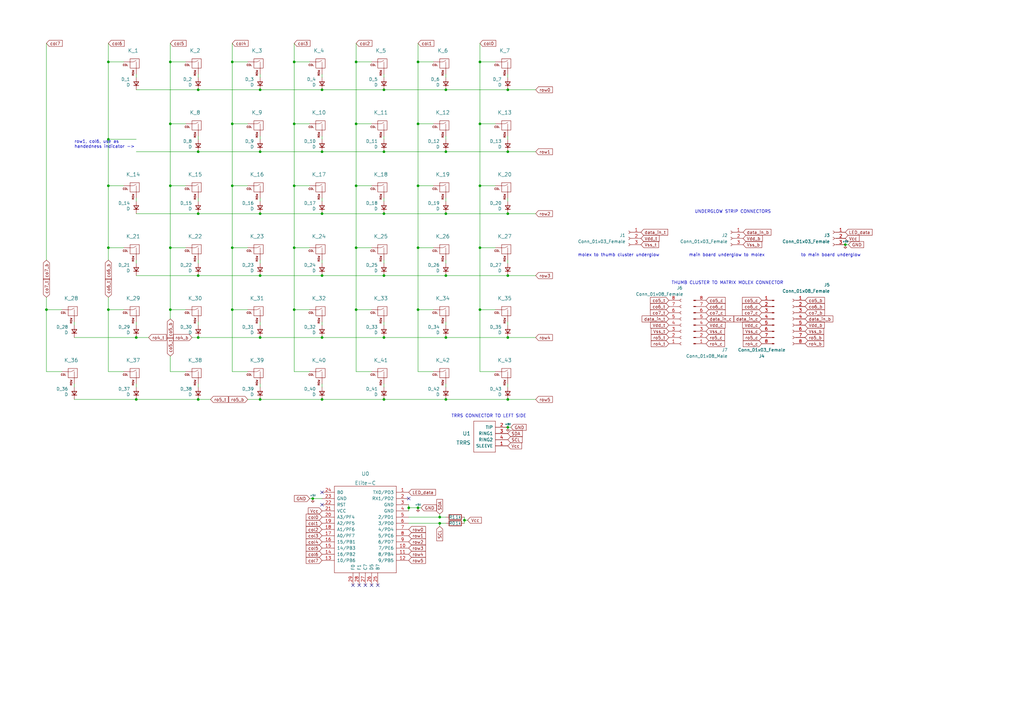
<source format=kicad_sch>
(kicad_sch (version 20211123) (generator eeschema)
  (paper "A3")
  (junction (at 167.64 208.28))
  (junction (at 180.34 212.09))
  (junction (at 44.45 25.4))
  (junction (at 55.88 163.83))
  (junction (at 132.08 163.83))
  (junction (at 146.05 101.6))
  (junction (at 146.05 76.2))
  (junction (at 120.65 127))
  (junction (at 120.65 25.4))
  (junction (at 55.88 138.43))
  (junction (at 196.85 127))
  (junction (at 120.65 76.2))
  (junction (at 171.45 25.4))
  (junction (at 171.45 101.6))
  (junction (at 69.85 76.2))
  (junction (at 120.65 101.6))
  (junction (at 95.25 127))
  (junction (at 182.88 87.63))
  (junction (at 106.68 36.83))
  (junction (at 19.05 127))
  (junction (at 81.28 163.83))
  (junction (at 69.85 127))
  (junction (at 157.48 113.03))
  (junction (at 132.08 62.23))
  (junction (at 106.68 113.03))
  (junction (at 44.45 127))
  (junction (at 81.28 113.03))
  (junction (at 132.08 138.43))
  (junction (at 81.28 138.43))
  (junction (at 95.25 25.4))
  (junction (at 196.85 25.4))
  (junction (at 182.88 163.83))
  (junction (at 171.45 127))
  (junction (at 182.88 36.83))
  (junction (at 44.45 76.2))
  (junction (at 182.88 113.03))
  (junction (at 196.85 101.6))
  (junction (at 171.45 208.28))
  (junction (at 69.85 101.6))
  (junction (at 95.25 101.6))
  (junction (at 171.45 50.8))
  (junction (at 132.08 113.03))
  (junction (at 106.68 138.43))
  (junction (at 182.88 138.43))
  (junction (at 69.85 50.8))
  (junction (at 182.88 62.23))
  (junction (at 146.05 127))
  (junction (at 171.45 76.2))
  (junction (at 146.05 25.4))
  (junction (at 208.28 36.83))
  (junction (at 106.68 163.83))
  (junction (at 208.28 175.26))
  (junction (at 81.28 36.83))
  (junction (at 132.08 87.63))
  (junction (at 157.48 87.63))
  (junction (at 157.48 62.23))
  (junction (at 128.27 204.47))
  (junction (at 132.08 36.83))
  (junction (at 157.48 138.43))
  (junction (at 208.28 113.03))
  (junction (at 120.65 50.8))
  (junction (at 208.28 87.63))
  (junction (at 95.25 76.2))
  (junction (at 69.85 25.4))
  (junction (at 157.48 163.83))
  (junction (at 81.28 62.23))
  (junction (at 81.28 87.63))
  (junction (at 346.71 100.33))
  (junction (at 208.28 62.23))
  (junction (at 44.45 57.15))
  (junction (at 208.28 138.43))
  (junction (at 190.5 213.36))
  (junction (at 106.68 62.23))
  (junction (at 106.68 87.63))
  (junction (at 44.45 101.6))
  (junction (at 95.25 50.8))
  (junction (at 196.85 76.2))
  (junction (at 157.48 36.83))
  (junction (at 180.34 214.63))
  (junction (at 146.05 50.8))
  (junction (at 196.85 50.8))
  (junction (at 208.28 163.83))
  (no_connect (at 132.08 201.93))
  (no_connect (at 152.4 240.03))
  (no_connect (at 154.94 240.03))
  (no_connect (at 144.78 240.03))
  (no_connect (at 132.08 207.01))
  (no_connect (at 147.32 240.03))
  (no_connect (at 149.86 240.03))
  (no_connect (at 167.64 204.47))
  (wire (pts (xy 132.08 138.43) (xy 106.68 138.43)))
  (wire (pts (xy 101.6 127) (xy 95.25 127)))
  (wire (pts (xy 180.34 212.09) (xy 167.64 212.09)))
  (wire (pts (xy 182.88 36.83) (xy 157.48 36.83)))
  (wire (pts (xy 157.48 30.48) (xy 157.48 31.75)))
  (wire (pts (xy 171.45 101.6) (xy 171.45 76.2)))
  (wire (pts (xy 157.48 55.88) (xy 157.48 57.15)))
  (wire (pts (xy 50.8 152.4) (xy 44.45 152.4)))
  (wire (pts (xy 146.05 25.4) (xy 146.05 50.8)))
  (wire (pts (xy 171.45 152.4) (xy 171.45 127)))
  (wire (pts (xy 55.88 30.48) (xy 55.88 31.75)))
  (wire (pts (xy 196.85 25.4) (xy 196.85 50.8)))
  (wire (pts (xy 81.28 163.83) (xy 55.88 163.83)))
  (wire (pts (xy 132.08 157.48) (xy 132.08 158.75)))
  (wire (pts (xy 127 76.2) (xy 120.65 76.2)))
  (wire (pts (xy 95.25 76.2) (xy 95.25 50.8)))
  (wire (pts (xy 106.68 62.23) (xy 81.28 62.23)))
  (wire (pts (xy 182.88 55.88) (xy 182.88 57.15)))
  (wire (pts (xy 76.2 50.8) (xy 69.85 50.8)))
  (wire (pts (xy 106.68 163.83) (xy 101.6 163.83)))
  (wire (pts (xy 182.88 138.43) (xy 157.48 138.43)))
  (wire (pts (xy 177.8 76.2) (xy 171.45 76.2)))
  (wire (pts (xy 76.2 101.6) (xy 69.85 101.6)))
  (wire (pts (xy 132.08 163.83) (xy 106.68 163.83)))
  (wire (pts (xy 127 101.6) (xy 120.65 101.6)))
  (wire (pts (xy 203.2 76.2) (xy 196.85 76.2)))
  (wire (pts (xy 19.05 121.92) (xy 19.05 127)))
  (wire (pts (xy 152.4 76.2) (xy 146.05 76.2)))
  (wire (pts (xy 95.25 25.4) (xy 95.25 50.8)))
  (wire (pts (xy 106.68 81.28) (xy 106.68 82.55)))
  (wire (pts (xy 208.28 138.43) (xy 182.88 138.43)))
  (wire (pts (xy 81.28 55.88) (xy 81.28 57.15)))
  (wire (pts (xy 25.4 127) (xy 19.05 127)))
  (wire (pts (xy 171.45 25.4) (xy 171.45 50.8)))
  (wire (pts (xy 120.65 25.4) (xy 120.65 50.8)))
  (wire (pts (xy 132.08 62.23) (xy 106.68 62.23)))
  (wire (pts (xy 106.68 30.48) (xy 106.68 31.75)))
  (wire (pts (xy 44.45 17.78) (xy 44.45 25.4)))
  (wire (pts (xy 209.55 175.26) (xy 208.28 175.26)))
  (wire (pts (xy 177.8 127) (xy 171.45 127)))
  (wire (pts (xy 81.28 106.68) (xy 81.28 107.95)))
  (wire (pts (xy 208.28 87.63) (xy 182.88 87.63)))
  (wire (pts (xy 152.4 50.8) (xy 146.05 50.8)))
  (wire (pts (xy 182.88 106.68) (xy 182.88 107.95)))
  (wire (pts (xy 208.28 157.48) (xy 208.28 158.75)))
  (wire (pts (xy 132.08 132.08) (xy 132.08 133.35)))
  (wire (pts (xy 157.48 157.48) (xy 157.48 158.75)))
  (wire (pts (xy 157.48 163.83) (xy 132.08 163.83)))
  (wire (pts (xy 69.85 101.6) (xy 69.85 127)))
  (wire (pts (xy 127 25.4) (xy 120.65 25.4)))
  (wire (pts (xy 101.6 152.4) (xy 95.25 152.4)))
  (wire (pts (xy 208.28 81.28) (xy 208.28 82.55)))
  (wire (pts (xy 132.08 113.03) (xy 106.68 113.03)))
  (wire (pts (xy 106.68 132.08) (xy 106.68 133.35)))
  (wire (pts (xy 208.28 163.83) (xy 182.88 163.83)))
  (wire (pts (xy 76.2 152.4) (xy 69.85 152.4)))
  (wire (pts (xy 106.68 138.43) (xy 81.28 138.43)))
  (wire (pts (xy 157.48 81.28) (xy 157.48 82.55)))
  (wire (pts (xy 69.85 101.6) (xy 69.85 76.2)))
  (wire (pts (xy 132.08 81.28) (xy 132.08 82.55)))
  (wire (pts (xy 167.64 207.01) (xy 167.64 208.28)))
  (wire (pts (xy 106.68 55.88) (xy 106.68 57.15)))
  (wire (pts (xy 172.72 208.28) (xy 171.45 208.28)))
  (wire (pts (xy 177.8 25.4) (xy 171.45 25.4)))
  (wire (pts (xy 157.48 36.83) (xy 132.08 36.83)))
  (wire (pts (xy 81.28 113.03) (xy 55.88 113.03)))
  (wire (pts (xy 120.65 76.2) (xy 120.65 50.8)))
  (wire (pts (xy 127 127) (xy 120.65 127)))
  (wire (pts (xy 219.71 138.43) (xy 208.28 138.43)))
  (wire (pts (xy 196.85 17.78) (xy 196.85 25.4)))
  (wire (pts (xy 120.65 127) (xy 120.65 101.6)))
  (wire (pts (xy 44.45 152.4) (xy 44.45 127)))
  (wire (pts (xy 132.08 87.63) (xy 106.68 87.63)))
  (wire (pts (xy 219.71 113.03) (xy 208.28 113.03)))
  (wire (pts (xy 55.88 138.43) (xy 30.48 138.43)))
  (wire (pts (xy 157.48 138.43) (xy 132.08 138.43)))
  (wire (pts (xy 171.45 17.78) (xy 171.45 25.4)))
  (wire (pts (xy 44.45 121.92) (xy 44.45 127)))
  (wire (pts (xy 208.28 55.88) (xy 208.28 57.15)))
  (wire (pts (xy 182.88 157.48) (xy 182.88 158.75)))
  (wire (pts (xy 182.88 163.83) (xy 157.48 163.83)))
  (wire (pts (xy 219.71 36.83) (xy 208.28 36.83)))
  (wire (pts (xy 208.28 132.08) (xy 208.28 133.35)))
  (wire (pts (xy 182.88 214.63) (xy 180.34 214.63)))
  (wire (pts (xy 190.5 212.09) (xy 190.5 213.36)))
  (wire (pts (xy 55.88 132.08) (xy 55.88 133.35)))
  (wire (pts (xy 120.65 17.78) (xy 120.65 25.4)))
  (wire (pts (xy 347.98 100.33) (xy 346.71 100.33)))
  (wire (pts (xy 101.6 25.4) (xy 95.25 25.4)))
  (wire (pts (xy 208.28 62.23) (xy 182.88 62.23)))
  (wire (pts (xy 196.85 101.6) (xy 196.85 76.2)))
  (wire (pts (xy 78.74 138.43) (xy 81.28 138.43)))
  (wire (pts (xy 55.88 57.15) (xy 44.45 57.15)))
  (wire (pts (xy 196.85 127) (xy 196.85 101.6)))
  (wire (pts (xy 44.45 57.15) (xy 44.45 76.2)))
  (wire (pts (xy 69.85 146.05) (xy 69.85 152.4)))
  (wire (pts (xy 196.85 76.2) (xy 196.85 50.8)))
  (wire (pts (xy 152.4 25.4) (xy 146.05 25.4)))
  (wire (pts (xy 127 204.47) (xy 128.27 204.47)))
  (wire (pts (xy 208.28 113.03) (xy 182.88 113.03)))
  (wire (pts (xy 106.68 36.83) (xy 81.28 36.83)))
  (wire (pts (xy 50.8 101.6) (xy 44.45 101.6)))
  (wire (pts (xy 50.8 127) (xy 44.45 127)))
  (wire (pts (xy 50.8 76.2) (xy 44.45 76.2)))
  (wire (pts (xy 55.88 81.28) (xy 55.88 82.55)))
  (wire (pts (xy 132.08 106.68) (xy 132.08 107.95)))
  (wire (pts (xy 203.2 127) (xy 196.85 127)))
  (wire (pts (xy 182.88 87.63) (xy 157.48 87.63)))
  (wire (pts (xy 182.88 212.09) (xy 180.34 212.09)))
  (wire (pts (xy 177.8 101.6) (xy 171.45 101.6)))
  (wire (pts (xy 219.71 87.63) (xy 208.28 87.63)))
  (wire (pts (xy 157.48 62.23) (xy 132.08 62.23)))
  (wire (pts (xy 86.36 163.83) (xy 81.28 163.83)))
  (wire (pts (xy 81.28 81.28) (xy 81.28 82.55)))
  (wire (pts (xy 76.2 76.2) (xy 69.85 76.2)))
  (wire (pts (xy 203.2 152.4) (xy 196.85 152.4)))
  (wire (pts (xy 55.88 157.48) (xy 55.88 158.75)))
  (wire (pts (xy 106.68 87.63) (xy 81.28 87.63)))
  (wire (pts (xy 81.28 132.08) (xy 81.28 133.35)))
  (wire (pts (xy 132.08 36.83) (xy 106.68 36.83)))
  (wire (pts (xy 81.28 30.48) (xy 81.28 31.75)))
  (wire (pts (xy 76.2 25.4) (xy 69.85 25.4)))
  (wire (pts (xy 30.48 132.08) (xy 30.48 133.35)))
  (wire (pts (xy 157.48 132.08) (xy 157.48 133.35)))
  (wire (pts (xy 196.85 152.4) (xy 196.85 127)))
  (wire (pts (xy 55.88 106.68) (xy 55.88 107.95)))
  (wire (pts (xy 171.45 208.28) (xy 167.64 208.28)))
  (wire (pts (xy 177.8 50.8) (xy 171.45 50.8)))
  (wire (pts (xy 81.28 62.23) (xy 55.88 62.23)))
  (wire (pts (xy 132.08 204.47) (xy 128.27 204.47)))
  (wire (pts (xy 95.25 101.6) (xy 95.25 76.2)))
  (wire (pts (xy 132.08 55.88) (xy 132.08 57.15)))
  (wire (pts (xy 44.45 101.6) (xy 44.45 106.68)))
  (wire (pts (xy 95.25 127) (xy 95.25 101.6)))
  (wire (pts (xy 208.28 36.83) (xy 182.88 36.83)))
  (wire (pts (xy 203.2 25.4) (xy 196.85 25.4)))
  (wire (pts (xy 120.65 101.6) (xy 120.65 76.2)))
  (wire (pts (xy 182.88 62.23) (xy 157.48 62.23)))
  (wire (pts (xy 157.48 87.63) (xy 132.08 87.63)))
  (wire (pts (xy 219.71 163.83) (xy 208.28 163.83)))
  (wire (pts (xy 60.96 138.43) (xy 55.88 138.43)))
  (wire (pts (xy 219.71 62.23) (xy 208.28 62.23)))
  (wire (pts (xy 146.05 101.6) (xy 146.05 76.2)))
  (wire (pts (xy 182.88 81.28) (xy 182.88 82.55)))
  (wire (pts (xy 95.25 152.4) (xy 95.25 127)))
  (wire (pts (xy 81.28 87.63) (xy 55.88 87.63)))
  (wire (pts (xy 127 152.4) (xy 120.65 152.4)))
  (wire (pts (xy 132.08 30.48) (xy 132.08 31.75)))
  (wire (pts (xy 50.8 25.4) (xy 44.45 25.4)))
  (wire (pts (xy 182.88 113.03) (xy 157.48 113.03)))
  (wire (pts (xy 180.34 214.63) (xy 180.34 215.9)))
  (wire (pts (xy 180.34 210.82) (xy 180.34 212.09)))
  (wire (pts (xy 101.6 101.6) (xy 95.25 101.6)))
  (wire (pts (xy 171.45 76.2) (xy 171.45 50.8)))
  (wire (pts (xy 177.8 152.4) (xy 171.45 152.4)))
  (wire (pts (xy 182.88 132.08) (xy 182.88 133.35)))
  (wire (pts (xy 203.2 50.8) (xy 196.85 50.8)))
  (wire (pts (xy 106.68 157.48) (xy 106.68 158.75)))
  (wire (pts (xy 81.28 157.48) (xy 81.28 158.75)))
  (wire (pts (xy 44.45 101.6) (xy 44.45 76.2)))
  (wire (pts (xy 203.2 101.6) (xy 196.85 101.6)))
  (wire (pts (xy 146.05 17.78) (xy 146.05 25.4)))
  (wire (pts (xy 19.05 152.4) (xy 19.05 127)))
  (wire (pts (xy 120.65 152.4) (xy 120.65 127)))
  (wire (pts (xy 167.64 208.28) (xy 167.64 209.55)))
  (wire (pts (xy 208.28 30.48) (xy 208.28 31.75)))
  (wire (pts (xy 25.4 152.4) (xy 19.05 152.4)))
  (wire (pts (xy 19.05 17.78) (xy 19.05 106.68)))
  (wire (pts (xy 146.05 127) (xy 146.05 101.6)))
  (wire (pts (xy 208.28 106.68) (xy 208.28 107.95)))
  (wire (pts (xy 69.85 25.4) (xy 69.85 50.8)))
  (wire (pts (xy 157.48 113.03) (xy 132.08 113.03)))
  (wire (pts (xy 127 50.8) (xy 120.65 50.8)))
  (wire (pts (xy 152.4 127) (xy 146.05 127)))
  (wire (pts (xy 69.85 76.2) (xy 69.85 50.8)))
  (wire (pts (xy 81.28 36.83) (xy 55.88 36.83)))
  (wire (pts (xy 106.68 113.03) (xy 81.28 113.03)))
  (wire (pts (xy 55.88 163.83) (xy 30.48 163.83)))
  (wire (pts (xy 157.48 106.68) (xy 157.48 107.95)))
  (wire (pts (xy 76.2 127) (xy 69.85 127)))
  (wire (pts (xy 171.45 127) (xy 171.45 101.6)))
  (wire (pts (xy 146.05 152.4) (xy 146.05 127)))
  (wire (pts (xy 146.05 76.2) (xy 146.05 50.8)))
  (wire (pts (xy 106.68 106.68) (xy 106.68 107.95)))
  (wire (pts (xy 69.85 17.78) (xy 69.85 25.4)))
  (wire (pts (xy 44.45 25.4) (xy 44.45 57.15)))
  (wire (pts (xy 152.4 152.4) (xy 146.05 152.4)))
  (wire (pts (xy 101.6 76.2) (xy 95.25 76.2)))
  (wire (pts (xy 182.88 30.48) (xy 182.88 31.75)))
  (wire (pts (xy 152.4 101.6) (xy 146.05 101.6)))
  (wire (pts (xy 69.85 127) (xy 69.85 130.81)))
  (wire (pts (xy 191.77 213.36) (xy 190.5 213.36)))
  (wire (pts (xy 95.25 17.78) (xy 95.25 25.4)))
  (wire (pts (xy 101.6 50.8) (xy 95.25 50.8)))
  (wire (pts (xy 180.34 214.63) (xy 167.64 214.63)))
  (wire (pts (xy 30.48 157.48) (xy 30.48 158.75)))
  (wire (pts (xy 190.5 213.36) (xy 190.5 214.63)))
  (text "to main board underglow" (at 353.06 105.41 180) (effects (font (size 1.27 1.27)) (justify right bottom)))
  (text "THUMB CLUSTER TO MATRIX MOLEX CONNECTOR" (at 321.31 116.84 180) (effects (font (size 1.27 1.27)) (justify right bottom)))
  (text "TRRS CONNECTOR TO LEFT SIDE\n" (at 215.9 171.45 180) (effects (font (size 1.27 1.27)) (justify right bottom)))
  (text "molex to thumb cluster underglow" (at 270.51 105.41 180) (effects (font (size 1.27 1.27)) (justify right bottom)))
  (text "row1, col6, use as\nhandedness indicator ->" (at 30.48 60.96 0) (effects (font (size 1.27 1.27)) (justify left bottom)))
  (text "main board underglow to molex" (at 313.69 105.41 180) (effects (font (size 1.27 1.27)) (justify right bottom)))
  (text "UNDERGLOW STRIP CONNECTORS" (at 316.23 87.63 180) (effects (font (size 1.27 1.27)) (justify right bottom)))
  (global_label "data_in_b" (shape input) (at 330.2 130.81 0) (property "Intersheet References" "${INTERSHEET_REFS}" (effects hide)))
  (global_label "col0" (shape input) (at 132.08 212.09 180) (property "Intersheet References" "${INTERSHEET_REFS}" (effects hide)))
  (global_label "co6_c" (shape input) (at 289.56 125.73 0) (property "Intersheet References" "${INTERSHEET_REFS}" (effects hide)))
  (global_label "ro5_c" (shape input) (at 289.56 138.43 0) (property "Intersheet References" "${INTERSHEET_REFS}" (effects hide)))
  (global_label "co6_t" (shape input) (at 274.32 125.73 180) (property "Intersheet References" "${INTERSHEET_REFS}" (effects hide)))
  (global_label "ro4_t" (shape input) (at 274.32 140.97 180) (property "Intersheet References" "${INTERSHEET_REFS}" (effects hide)))
  (global_label "col4" (shape input) (at 95.25 17.78 0) (property "Intersheet References" "${INTERSHEET_REFS}" (effects hide)))
  (global_label "ro4_b" (shape input) (at 78.74 138.43 180) (property "Intersheet References" "${INTERSHEET_REFS}" (effects hide)))
  (global_label "col6" (shape input) (at 132.08 227.33 180) (property "Intersheet References" "${INTERSHEET_REFS}" (effects hide)))
  (global_label "Vdd_t" (shape input) (at 262.89 97.79 0) (property "Intersheet References" "${INTERSHEET_REFS}" (effects hide)))
  (global_label "LED_data" (shape input) (at 167.64 201.93 0) (property "Intersheet References" "${INTERSHEET_REFS}" (effects hide)))
  (global_label "row3" (shape input) (at 219.71 113.03 0) (property "Intersheet References" "${INTERSHEET_REFS}" (effects hide)))
  (global_label "co7_t" (shape input) (at 274.32 128.27 180) (property "Intersheet References" "${INTERSHEET_REFS}" (effects hide)))
  (global_label "co7_t" (shape input) (at 19.05 121.92 90) (property "Intersheet References" "${INTERSHEET_REFS}" (effects hide)))
  (global_label "co6_b" (shape input) (at 44.45 106.68 270) (property "Intersheet References" "${INTERSHEET_REFS}" (effects hide)))
  (global_label "col6" (shape input) (at 44.45 17.78 0) (property "Intersheet References" "${INTERSHEET_REFS}" (effects hide)))
  (global_label "col5" (shape input) (at 69.85 17.78 0) (property "Intersheet References" "${INTERSHEET_REFS}" (effects hide)))
  (global_label "Vcc" (shape input) (at 208.28 182.88 0) (property "Intersheet References" "${INTERSHEET_REFS}" (effects hide)))
  (global_label "Vss_b" (shape input) (at 330.2 135.89 0) (property "Intersheet References" "${INTERSHEET_REFS}" (effects hide)))
  (global_label "Vdd_b" (shape input) (at 304.8 97.79 0) (property "Intersheet References" "${INTERSHEET_REFS}" (effects hide)))
  (global_label "col7" (shape input) (at 19.05 17.78 0) (property "Intersheet References" "${INTERSHEET_REFS}" (effects hide)))
  (global_label "ro5_t" (shape input) (at 274.32 138.43 180) (property "Intersheet References" "${INTERSHEET_REFS}" (effects hide)))
  (global_label "co6_c" (shape input) (at 312.42 125.73 180) (property "Intersheet References" "${INTERSHEET_REFS}" (effects hide)))
  (global_label "SDA" (shape input) (at 180.34 210.82 90) (property "Intersheet References" "${INTERSHEET_REFS}" (effects hide)))
  (global_label "co5_b" (shape input) (at 330.2 123.19 0) (property "Intersheet References" "${INTERSHEET_REFS}" (effects hide)))
  (global_label "LED_data" (shape input) (at 346.71 95.25 0) (property "Intersheet References" "${INTERSHEET_REFS}" (effects hide)))
  (global_label "ro4_t" (shape input) (at 60.96 138.43 0) (property "Intersheet References" "${INTERSHEET_REFS}" (effects hide)))
  (global_label "co5_c" (shape input) (at 312.42 123.19 180) (property "Intersheet References" "${INTERSHEET_REFS}" (effects hide)))
  (global_label "data_in_t" (shape input) (at 274.32 130.81 180) (property "Intersheet References" "${INTERSHEET_REFS}" (effects hide)))
  (global_label "Vss_t" (shape input) (at 262.89 100.33 0) (property "Intersheet References" "${INTERSHEET_REFS}" (effects hide)))
  (global_label "col4" (shape input) (at 132.08 222.25 180) (property "Intersheet References" "${INTERSHEET_REFS}" (effects hide)))
  (global_label "col2" (shape input) (at 132.08 217.17 180) (property "Intersheet References" "${INTERSHEET_REFS}" (effects hide)))
  (global_label "col1" (shape input) (at 132.08 214.63 180) (property "Intersheet References" "${INTERSHEET_REFS}" (effects hide)))
  (global_label "col7" (shape input) (at 132.08 229.87 180) (property "Intersheet References" "${INTERSHEET_REFS}" (effects hide)))
  (global_label "row2" (shape input) (at 167.64 222.25 0) (property "Intersheet References" "${INTERSHEET_REFS}" (effects hide)))
  (global_label "co7_b" (shape input) (at 19.05 106.68 270) (property "Intersheet References" "${INTERSHEET_REFS}" (effects hide)))
  (global_label "col1" (shape input) (at 171.45 17.78 0) (property "Intersheet References" "${INTERSHEET_REFS}" (effects hide)))
  (global_label "co7_c" (shape input) (at 312.42 128.27 180) (property "Intersheet References" "${INTERSHEET_REFS}" (effects hide)))
  (global_label "col5" (shape input) (at 132.08 224.79 180) (property "Intersheet References" "${INTERSHEET_REFS}" (effects hide)))
  (global_label "SDA" (shape input) (at 208.28 177.8 0) (property "Intersheet References" "${INTERSHEET_REFS}" (effects hide)))
  (global_label "row2" (shape input) (at 219.71 87.63 0) (property "Intersheet References" "${INTERSHEET_REFS}" (effects hide)))
  (global_label "data_in_b" (shape input) (at 304.8 95.25 0) (property "Intersheet References" "${INTERSHEET_REFS}" (effects hide)))
  (global_label "ro4_c" (shape input) (at 312.42 140.97 180) (property "Intersheet References" "${INTERSHEET_REFS}" (effects hide)))
  (global_label "co5_b" (shape input) (at 69.85 130.81 270) (property "Intersheet References" "${INTERSHEET_REFS}" (effects hide)))
  (global_label "row5" (shape input) (at 219.71 163.83 0) (property "Intersheet References" "${INTERSHEET_REFS}" (effects hide)))
  (global_label "Vcc" (shape input) (at 132.08 209.55 180) (property "Intersheet References" "${INTERSHEET_REFS}" (effects hide)))
  (global_label "GND" (shape input) (at 347.98 100.33 0) (property "Intersheet References" "${INTERSHEET_REFS}" (effects hide)))
  (global_label "col3" (shape input) (at 120.65 17.78 0) (property "Intersheet References" "${INTERSHEET_REFS}" (effects hide)))
  (global_label "row4" (shape input) (at 167.64 227.33 0) (property "Intersheet References" "${INTERSHEET_REFS}" (effects hide)))
  (global_label "co7_b" (shape input) (at 330.2 128.27 0) (property "Intersheet References" "${INTERSHEET_REFS}" (effects hide)))
  (global_label "data_in_c" (shape input) (at 312.42 130.81 180) (property "Intersheet References" "${INTERSHEET_REFS}" (effects hide)))
  (global_label "row1" (shape input) (at 167.64 219.71 0) (property "Intersheet References" "${INTERSHEET_REFS}" (effects hide)))
  (global_label "co7_c" (shape input) (at 289.56 128.27 0) (property "Intersheet References" "${INTERSHEET_REFS}" (effects hide)))
  (global_label "row0" (shape input) (at 167.64 217.17 0) (property "Intersheet References" "${INTERSHEET_REFS}" (effects hide)))
  (global_label "Vss_c" (shape input) (at 312.42 135.89 180) (property "Intersheet References" "${INTERSHEET_REFS}" (effects hide)))
  (global_label "Vcc" (shape input) (at 346.71 97.79 0) (property "Intersheet References" "${INTERSHEET_REFS}" (effects hide)))
  (global_label "row3" (shape input) (at 167.64 224.79 0) (property "Intersheet References" "${INTERSHEET_REFS}" (effects hide)))
  (global_label "Vss_t" (shape input) (at 274.32 135.89 180) (property "Intersheet References" "${INTERSHEET_REFS}" (effects hide)))
  (global_label "row5" (shape input) (at 167.64 229.87 0) (property "Intersheet References" "${INTERSHEET_REFS}" (effects hide)))
  (global_label "row0" (shape input) (at 219.71 36.83 0) (property "Intersheet References" "${INTERSHEET_REFS}" (effects hide)))
  (global_label "row1" (shape input) (at 219.71 62.23 0) (property "Intersheet References" "${INTERSHEET_REFS}" (effects hide)))
  (global_label "Vss_b" (shape input) (at 304.8 100.33 0) (property "Intersheet References" "${INTERSHEET_REFS}" (effects hide)))
  (global_label "Vdd_t" (shape input) (at 274.32 133.35 180) (property "Intersheet References" "${INTERSHEET_REFS}" (effects hide)))
  (global_label "Vcc" (shape input) (at 191.77 213.36 0) (property "Intersheet References" "${INTERSHEET_REFS}" (effects hide)))
  (global_label "ro5_b" (shape input) (at 330.2 138.43 0) (property "Intersheet References" "${INTERSHEET_REFS}" (effects hide)))
  (global_label "SCL" (shape input) (at 180.34 215.9 270) (property "Intersheet References" "${INTERSHEET_REFS}" (effects hide)))
  (global_label "ro5_c" (shape input) (at 312.42 138.43 180) (property "Intersheet References" "${INTERSHEET_REFS}" (effects hide)))
  (global_label "ro5_t" (shape input) (at 86.36 163.83 0) (property "Intersheet References" "${INTERSHEET_REFS}" (effects hide)))
  (global_label "Vdd_c" (shape input) (at 289.56 133.35 0) (property "Intersheet References" "${INTERSHEET_REFS}" (effects hide)))
  (global_label "ro5_b" (shape input) (at 101.6 163.83 180) (property "Intersheet References" "${INTERSHEET_REFS}" (effects hide)))
  (global_label "col0" (shape input) (at 196.85 17.78 0) (property "Intersheet References" "${INTERSHEET_REFS}" (effects hide)))
  (global_label "Vdd_b" (shape input) (at 330.2 133.35 0) (property "Intersheet References" "${INTERSHEET_REFS}" (effects hide)))
  (global_label "co5_t" (shape input) (at 69.85 146.05 90) (property "Intersheet References" "${INTERSHEET_REFS}" (effects hide)))
  (global_label "Vdd_c" (shape input) (at 312.42 133.35 180) (property "Intersheet References" "${INTERSHEET_REFS}" (effects hide)))
  (global_label "co6_b" (shape input) (at 330.2 125.73 0) (property "Intersheet References" "${INTERSHEET_REFS}" (effects hide)))
  (global_label "GND" (shape input) (at 209.55 175.26 0) (property "Intersheet References" "${INTERSHEET_REFS}" (effects hide)))
  (global_label "data_in_t" (shape input) (at 262.89 95.25 0) (property "Intersheet References" "${INTERSHEET_REFS}" (effects hide)))
  (global_label "GND" (shape input) (at 127 204.47 180) (property "Intersheet References" "${INTERSHEET_REFS}" (effects hide)))
  (global_label "co6_t" (shape input) (at 44.45 121.92 90) (property "Intersheet References" "${INTERSHEET_REFS}" (effects hide)))
  (global_label "data_in_c" (shape input) (at 289.56 130.81 0) (property "Intersheet References" "${INTERSHEET_REFS}" (effects hide)))
  (global_label "Vss_c" (shape input) (at 289.56 135.89 0) (property "Intersheet References" "${INTERSHEET_REFS}" (effects hide)))
  (global_label "co5_c" (shape input) (at 289.56 123.19 0) (property "Intersheet References" "${INTERSHEET_REFS}" (effects hide)))
  (global_label "SCL" (shape input) (at 208.28 180.34 0) (property "Intersheet References" "${INTERSHEET_REFS}" (effects hide)))
  (global_label "ro4_b" (shape input) (at 330.2 140.97 0) (property "Intersheet References" "${INTERSHEET_REFS}" (effects hide)))
  (global_label "row4" (shape input) (at 219.71 138.43 0) (property "Intersheet References" "${INTERSHEET_REFS}" (effects hide)))
  (global_label "GND" (shape input) (at 172.72 208.28 0) (property "Intersheet References" "${INTERSHEET_REFS}" (effects hide)))
  (global_label "col3" (shape input) (at 132.08 219.71 180) (property "Intersheet References" "${INTERSHEET_REFS}" (effects hide)))
  (global_label "ro4_c" (shape input) (at 289.56 140.97 0) (property "Intersheet References" "${INTERSHEET_REFS}" (effects hide)))
  (global_label "col2" (shape input) (at 146.05 17.78 0) (property "Intersheet References" "${INTERSHEET_REFS}" (effects hide)))
  (global_label "co5_t" (shape input) (at 274.32 123.19 180) (property "Intersheet References" "${INTERSHEET_REFS}" (effects hide)))
  (symbol (lib_id "Device:D_Small") (at 106.68 161.29 270) (mirror x) (unit 1)
    (property "Reference" "D_39" (at 104.14 159.512 90) (effects (justify right)))
    (property "Value" "D" (at 104.14 161.798 90) (effects (justify right)))
    (property "Footprint" "Diode_SMD:D_SOD-123" (effects hide))
  )
  (symbol (lib_id "MX_Alps_Hybrid:MX-NoLED") (at 207.01 26.67 0) (mirror y) (unit 1)
    (property "Reference" "K_7" (at 207.01 20.7518 0) (effects (font (size 1.524 1.524))))
    (property "Value" "KEYSW" (effects hide))
    (property "Footprint" "MX_Only:MXOnly-1.5U-Hotswap" (effects hide))
  )
  (symbol (lib_id "MX_Alps_Hybrid:MX-NoLED") (at 54.61 102.87 0) (mirror y) (unit 1)
    (property "Reference" "K_21" (at 54.61 96.9518 0) (effects (font (size 1.524 1.524))))
    (property "Value" "KEYSW" (effects hide))
    (property "Footprint" "MX_Only:MXOnly-1U-Hotswap" (effects hide))
  )
  (symbol (lib_id "MX_Alps_Hybrid:MX-NoLED") (at 181.61 77.47 0) (mirror y) (unit 1)
    (property "Reference" "K_19" (at 181.61 71.5518 0) (effects (font (size 1.524 1.524))))
    (property "Value" "KEYSW" (effects hide))
    (property "Footprint" "MX_Only:MXOnly-1U-Hotswap" (effects hide))
  )
  (symbol (lib_id "MX_Alps_Hybrid:MX-NoLED") (at 156.21 153.67 0) (mirror y) (unit 1)
    (property "Reference" "K_41" (at 156.21 147.7518 0) (effects (font (size 1.524 1.524))))
    (property "Value" "KEYSW" (effects hide))
    (property "Footprint" "MX_Only:MXOnly-1.5U-Hotswap" (effects hide))
  )
  (symbol (lib_id "Device:D_Small") (at 182.88 135.89 270) (mirror x) (unit 1)
    (property "Reference" "D_34" (at 180.34 134.112 90) (effects (justify right)))
    (property "Value" "D" (at 180.34 136.398 90) (effects (justify right)))
    (property "Footprint" "Diode_SMD:D_SOD-123" (effects hide))
  )
  (symbol (lib_id "MX_Alps_Hybrid:MX-NoLED") (at 207.01 128.27 0) (mirror y) (unit 1)
    (property "Reference" "K_35" (at 207.01 122.3518 0) (effects (font (size 1.524 1.524))))
    (property "Value" "KEYSW" (effects hide))
    (property "Footprint" "MX_Only:MXOnly-1U-Hotswap" (effects hide))
  )
  (symbol (lib_id "MX_Alps_Hybrid:MX-NoLED") (at 181.61 52.07 0) (mirror y) (unit 1)
    (property "Reference" "K_12" (at 181.61 46.1518 0) (effects (font (size 1.524 1.524))))
    (property "Value" "KEYSW" (effects hide))
    (property "Footprint" "MX_Only:MXOnly-1U-Hotswap" (effects hide))
  )
  (symbol (lib_id "Device:D_Small") (at 81.28 110.49 270) (mirror x) (unit 1)
    (property "Reference" "D_22" (at 78.74 108.712 90) (effects (justify right)))
    (property "Value" "D" (at 78.74 110.998 90) (effects (justify right)))
    (property "Footprint" "Diode_SMD:D_SOD-123" (effects hide))
  )
  (symbol (lib_id "Device:D_Small") (at 55.88 85.09 270) (mirror x) (unit 1)
    (property "Reference" "D_14" (at 53.34 83.312 90) (effects (justify right)))
    (property "Value" "D" (at 53.34 85.598 90) (effects (justify right)))
    (property "Footprint" "Diode_SMD:D_SOD-123" (effects hide))
  )
  (symbol (lib_id "Connector:Conn_01x03_Female") (at 341.63 97.79 0) (mirror y) (unit 1)
    (property "Reference" "J3" (at 340.36 96.5199 0) (effects (justify left)))
    (property "Value" "Conn_01x03_Female" (at 340.36 99.0599 0) (effects (justify left)))
    (property "Footprint" "Connector_PinSocket_2.00mm:PinSocket_1x03_P2.00mm_Vertical" (effects hide))
  )
  (symbol (lib_id "Device:D_Small") (at 157.48 161.29 270) (mirror x) (unit 1)
    (property "Reference" "D_41" (at 154.94 159.512 90) (effects (justify right)))
    (property "Value" "D" (at 154.94 161.798 90) (effects (justify right)))
    (property "Footprint" "Diode_SMD:D_SOD-123" (effects hide))
  )
  (symbol (lib_id "MX_Alps_Hybrid:MX-NoLED") (at 130.81 153.67 0) (mirror y) (unit 1)
    (property "Reference" "K_40" (at 130.81 147.7518 0) (effects (font (size 1.524 1.524))))
    (property "Value" "KEYSW" (effects hide))
    (property "Footprint" "MX_Only:MXOnly-1U-Hotswap" (effects hide))
  )
  (symbol (lib_id "Device:D_Small") (at 208.28 85.09 270) (mirror x) (unit 1)
    (property "Reference" "D_20" (at 205.74 83.312 90) (effects (justify right)))
    (property "Value" "D" (at 205.74 85.598 90) (effects (justify right)))
    (property "Footprint" "Diode_SMD:D_SOD-123" (effects hide))
  )
  (symbol (lib_id "Device:D_Small") (at 132.08 85.09 270) (mirror x) (unit 1)
    (property "Reference" "D_17" (at 129.54 83.312 90) (effects (justify right)))
    (property "Value" "D" (at 129.54 85.598 90) (effects (justify right)))
    (property "Footprint" "Diode_SMD:D_SOD-123" (effects hide))
  )
  (symbol (lib_id "keyboard_parts:GND") (at 346.71 100.33 0) (mirror y) (unit 1)
    (property "Reference" "#PWR0103" (effects hide))
    (property "Value" "GND" (at 347.98 99.06 0) (effects (font (size 0.762 0.762)) (justify left)))
  )
  (symbol (lib_id "MX_Alps_Hybrid:MX-NoLED") (at 207.01 77.47 0) (mirror y) (unit 1)
    (property "Reference" "K_20" (at 207.01 71.5518 0) (effects (font (size 1.524 1.524))))
    (property "Value" "KEYSW" (effects hide))
    (property "Footprint" "MX_Only:MXOnly-1U-Hotswap" (effects hide))
  )
  (symbol (lib_id "MX_Alps_Hybrid:MX-NoLED") (at 156.21 128.27 0) (mirror y) (unit 1)
    (property "Reference" "K_33" (at 156.21 122.3518 0) (effects (font (size 1.524 1.524))))
    (property "Value" "KEYSW" (effects hide))
    (property "Footprint" "MX_Only:MXOnly-1U-Hotswap" (effects hide))
  )
  (symbol (lib_id "Device:R") (at 186.69 212.09 90) (mirror x) (unit 1)
    (property "Reference" "R1" (at 185.42 212.09 90))
    (property "Value" "1k" (at 187.96 212.09 90))
    (property "Footprint" "Resistor_THT:R_Axial_DIN0204_L3.6mm_D1.6mm_P7.62mm_Horizontal" (effects hide))
  )
  (symbol (lib_id "MX_Alps_Hybrid:MX-NoLED") (at 181.61 102.87 0) (mirror y) (unit 1)
    (property "Reference" "K_26" (at 181.61 96.9518 0) (effects (font (size 1.524 1.524))))
    (property "Value" "KEYSW" (effects hide))
    (property "Footprint" "MX_Only:MXOnly-1.5U-Hotswap" (effects hide))
  )
  (symbol (lib_id "Device:D_Small") (at 81.28 34.29 270) (mirror x) (unit 1)
    (property "Reference" "D_2" (at 78.74 32.512 90) (effects (justify right)))
    (property "Value" "D" (at 78.74 34.798 90) (effects (justify right)))
    (property "Footprint" "Diode_SMD:D_SOD-123" (effects hide))
  )
  (symbol (lib_id "Device:D_Small") (at 208.28 59.69 270) (mirror x) (unit 1)
    (property "Reference" "D_13" (at 205.74 57.912 90) (effects (justify right)))
    (property "Value" "D" (at 205.74 60.198 90) (effects (justify right)))
    (property "Footprint" "Diode_SMD:D_SOD-123" (effects hide))
  )
  (symbol (lib_id "keyboard_parts:GND") (at 208.28 175.26 0) (mirror y) (unit 1)
    (property "Reference" "#PWR0101" (effects hide))
    (property "Value" "GND" (at 208.28 173.99 0) (effects (font (size 0.762 0.762))))
  )
  (symbol (lib_id "MX_Alps_Hybrid:MX-NoLED") (at 156.21 52.07 0) (mirror y) (unit 1)
    (property "Reference" "K_11" (at 156.21 46.1518 0) (effects (font (size 1.524 1.524))))
    (property "Value" "KEYSW" (effects hide))
    (property "Footprint" "MX_Only:MXOnly-1U-Hotswap" (effects hide))
  )
  (symbol (lib_id "Connector:Conn_01x08_Male") (at 284.48 133.35 0) (mirror x) (unit 1)
    (property "Reference" "J7" (at 298.45 143.51 0) (effects (justify right)))
    (property "Value" "Conn_01x08_Male" (at 298.45 146.05 0) (effects (justify right)))
  )
  (symbol (lib_id "Device:D_Small") (at 55.88 161.29 270) (mirror x) (unit 1)
    (property "Reference" "D_37" (at 53.34 159.512 90) (effects (justify right)))
    (property "Value" "D" (at 53.34 161.798 90) (effects (justify right)))
    (property "Footprint" "Diode_SMD:D_SOD-123" (effects hide))
  )
  (symbol (lib_id "MX_Alps_Hybrid:MX-NoLED") (at 80.01 26.67 0) (mirror y) (unit 1)
    (property "Reference" "K_2" (at 80.01 20.7518 0) (effects (font (size 1.524 1.524))))
    (property "Value" "KEYSW" (effects hide))
    (property "Footprint" "MX_Only:MXOnly-1U-Hotswap" (effects hide))
  )
  (symbol (lib_id "Device:D_Small") (at 132.08 161.29 270) (mirror x) (unit 1)
    (property "Reference" "D_40" (at 129.54 159.512 90) (effects (justify right)))
    (property "Value" "D" (at 129.54 161.798 90) (effects (justify right)))
    (property "Footprint" "Diode_SMD:D_SOD-123" (effects hide))
  )
  (symbol (lib_id "keyboard_parts:GND") (at 128.27 204.47 0) (mirror y) (unit 1)
    (property "Reference" "#PWR0104" (effects hide))
    (property "Value" "GND" (at 129.54 203.2 0) (effects (font (size 0.762 0.762)) (justify left)))
  )
  (symbol (lib_id "Connector:Conn_01x08_Male") (at 317.5 130.81 0) (mirror y) (unit 1)
    (property "Reference" "J4" (at 312.42 146.05 0))
    (property "Value" "Conn_01x03_Female" (at 312.42 143.51 0))
    (property "Footprint" "Connector_PinSocket_2.00mm:PinSocket_1x03_P2.00mm_Vertical" (effects hide))
  )
  (symbol (lib_id "Device:D_Small") (at 106.68 135.89 270) (mirror x) (unit 1)
    (property "Reference" "D_31" (at 104.14 134.112 90) (effects (justify right)))
    (property "Value" "D" (at 104.14 136.398 90) (effects (justify right)))
    (property "Footprint" "Diode_SMD:D_SOD-123" (effects hide))
  )
  (symbol (lib_id "MX_Alps_Hybrid:MX-NoLED") (at 105.41 52.07 0) (mirror y) (unit 1)
    (property "Reference" "K_9" (at 105.41 46.1518 0) (effects (font (size 1.524 1.524))))
    (property "Value" "KEYSW" (effects hide))
    (property "Footprint" "MX_Only:MXOnly-1U-Hotswap" (effects hide))
  )
  (symbol (lib_id "MX_Alps_Hybrid:MX-NoLED") (at 181.61 26.67 0) (mirror y) (unit 1)
    (property "Reference" "K_6" (at 181.61 20.7518 0) (effects (font (size 1.524 1.524))))
    (property "Value" "KEYSW" (effects hide))
    (property "Footprint" "MX_Only:MXOnly-1U-Hotswap" (effects hide))
  )
  (symbol (lib_id "Device:D_Small") (at 182.88 161.29 270) (mirror x) (unit 1)
    (property "Reference" "D_42" (at 180.34 159.512 90) (effects (justify right)))
    (property "Value" "D" (at 180.34 161.798 90) (effects (justify right)))
    (property "Footprint" "Diode_SMD:D_SOD-123" (effects hide))
  )
  (symbol (lib_id "Device:D_Small") (at 208.28 110.49 270) (mirror x) (unit 1)
    (property "Reference" "D_27" (at 205.74 108.712 90) (effects (justify right)))
    (property "Value" "D" (at 205.74 110.998 90) (effects (justify right)))
    (property "Footprint" "Diode_SMD:D_SOD-123" (effects hide))
  )
  (symbol (lib_id "Connector:Conn_01x03_Female") (at 299.72 97.79 0) (mirror y) (unit 1)
    (property "Reference" "J2" (at 298.45 96.5199 0) (effects (justify left)))
    (property "Value" "Conn_01x03_Female" (at 298.45 99.0599 0) (effects (justify left)))
    (property "Footprint" "Connector_PinSocket_2.00mm:PinSocket_1x03_P2.00mm_Vertical" (effects hide))
  )
  (symbol (lib_id "keebio:Elite-C") (at 149.86 215.9 0) (mirror y) (unit 1)
    (property "Reference" "U0" (at 149.86 194.31 0) (effects (font (size 1.524 1.524))))
    (property "Value" "Elite-C" (at 149.86 198.12 0) (effects (font (size 1.524 1.524))))
    (property "Footprint" "Keebio-Parts:Elite-C" (effects hide))
  )
  (symbol (lib_id "MX_Alps_Hybrid:MX-NoLED") (at 54.61 77.47 0) (mirror y) (unit 1)
    (property "Reference" "K_14" (at 54.61 71.5518 0) (effects (font (size 1.524 1.524))))
    (property "Value" "KEYSW" (effects hide))
    (property "Footprint" "MX_Only:MXOnly-2U-Hotswap" (effects hide))
  )
  (symbol (lib_id "Connector:Conn_01x08_Female") (at 325.12 130.81 0) (mirror y) (unit 1)
    (property "Reference" "J5" (at 340.36 116.84 0) (effects (justify left)))
    (property "Value" "Conn_01x08_Female" (at 340.36 119.38 0) (effects (justify left)))
    (property "Footprint" "Connector_Molex:Molex_Pico-Clasp_202396-0807_1x08-1MP_P1.00mm_Horizontal" (effects hide))
  )
  (symbol (lib_id "Device:D_Small") (at 182.88 59.69 270) (mirror x) (unit 1)
    (property "Reference" "D_12" (at 180.34 57.912 90) (effects (justify right)))
    (property "Value" "D" (at 180.34 60.198 90) (effects (justify right)))
    (property "Footprint" "Diode_SMD:D_SOD-123" (effects hide))
  )
  (symbol (lib_id "Device:D_Small") (at 106.68 110.49 270) (mirror x) (unit 1)
    (property "Reference" "D_23" (at 104.14 108.712 90) (effects (justify right)))
    (property "Value" "D" (at 104.14 110.998 90) (effects (justify right)))
    (property "Footprint" "Diode_SMD:D_SOD-123" (effects hide))
  )
  (symbol (lib_id "MX_Alps_Hybrid:MX-NoLED") (at 105.41 26.67 0) (mirror y) (unit 1)
    (property "Reference" "K_3" (at 105.41 20.7518 0) (effects (font (size 1.524 1.524))))
    (property "Value" "KEYSW" (effects hide))
    (property "Footprint" "MX_Only:MXOnly-1U-Hotswap" (effects hide))
  )
  (symbol (lib_id "Device:D_Small") (at 157.48 34.29 270) (mirror x) (unit 1)
    (property "Reference" "D_5" (at 154.94 32.512 90) (effects (justify right)))
    (property "Value" "D" (at 154.94 34.798 90) (effects (justify right)))
    (property "Footprint" "Diode_SMD:D_SOD-123" (effects hide))
  )
  (symbol (lib_id "MX_Alps_Hybrid:MX-NoLED") (at 80.01 153.67 0) (mirror y) (unit 1)
    (property "Reference" "K_38" (at 80.01 147.7518 0) (effects (font (size 1.524 1.524))))
    (property "Value" "KEYSW" (effects hide))
    (property "Footprint" "MX_Only:MXOnly-1U-Hotswap" (effects hide))
  )
  (symbol (lib_id "Connector:Conn_01x08_Female") (at 279.4 133.35 0) (mirror x) (unit 1)
    (property "Reference" "J6" (at 278.765 118.11 0))
    (property "Value" "Conn_01x08_Female" (at 270.51 120.65 0))
    (property "Footprint" "Connector_Molex:Molex_Pico-Clasp_202396-0807_1x08-1MP_P1.00mm_Horizontal" (effects hide))
  )
  (symbol (lib_id "Device:D_Small") (at 157.48 59.69 270) (mirror x) (unit 1)
    (property "Reference" "D_11" (at 154.94 57.912 90) (effects (justify right)))
    (property "Value" "D" (at 154.94 60.198 90) (effects (justify right)))
    (property "Footprint" "Diode_SMD:D_SOD-123" (effects hide))
  )
  (symbol (lib_id "MX_Alps_Hybrid:MX-NoLED") (at 130.81 52.07 0) (mirror y) (unit 1)
    (property "Reference" "K_10" (at 130.81 46.1518 0) (effects (font (size 1.524 1.524))))
    (property "Value" "KEYSW" (effects hide))
    (property "Footprint" "MX_Only:MXOnly-1U-Hotswap" (effects hide))
  )
  (symbol (lib_id "MX_Alps_Hybrid:MX-NoLED") (at 80.01 102.87 0) (mirror y) (unit 1)
    (property "Reference" "K_22" (at 80.01 96.9518 0) (effects (font (size 1.524 1.524))))
    (property "Value" "KEYSW" (effects hide))
    (property "Footprint" "MX_Only:MXOnly-1U-Hotswap" (effects hide))
  )
  (symbol (lib_id "MX_Alps_Hybrid:MX-NoLED") (at 207.01 102.87 0) (mirror y) (unit 1)
    (property "Reference" "K_27" (at 207.01 96.9518 0) (effects (font (size 1.524 1.524))))
    (property "Value" "KEYSW" (effects hide))
    (property "Footprint" "MX_Only:MXOnly-1.5U-Hotswap" (effects hide))
  )
  (symbol (lib_id "MX_Alps_Hybrid:MX-NoLED") (at 29.21 153.67 0) (mirror y) (unit 1)
    (property "Reference" "K_36" (at 29.21 147.7518 0) (effects (font (size 1.524 1.524))))
    (property "Value" "KEYSW" (effects hide))
    (property "Footprint" "MX_Only:MXOnly-1U-Hotswap" (effects hide))
  )
  (symbol (lib_id "Device:D_Small") (at 208.28 161.29 270) (mirror x) (unit 1)
    (property "Reference" "D_43" (at 205.74 159.512 90) (effects (justify right)))
    (property "Value" "D" (at 205.74 161.798 90) (effects (justify right)))
    (property "Footprint" "Diode_SMD:D_SOD-123" (effects hide))
  )
  (symbol (lib_id "Device:D_Small") (at 55.88 110.49 270) (mirror x) (unit 1)
    (property "Reference" "D_21" (at 53.34 108.712 90) (effects (justify right)))
    (property "Value" "D" (at 53.34 110.998 90) (effects (justify right)))
    (property "Footprint" "Diode_SMD:D_SOD-123" (effects hide))
  )
  (symbol (lib_id "Device:D_Small") (at 182.88 110.49 270) (mirror x) (unit 1)
    (property "Reference" "D_26" (at 180.34 108.712 90) (effects (justify right)))
    (property "Value" "D" (at 180.34 110.998 90) (effects (justify right)))
    (property "Footprint" "Diode_SMD:D_SOD-123" (effects hide))
  )
  (symbol (lib_id "MX_Alps_Hybrid:MX-NoLED") (at 80.01 128.27 0) (mirror y) (unit 1)
    (property "Reference" "K_30" (at 80.01 122.3518 0) (effects (font (size 1.524 1.524))))
    (property "Value" "KEYSW" (effects hide))
    (property "Footprint" "MX_Only:MXOnly-1U-Hotswap" (effects hide))
  )
  (symbol (lib_id "MX_Alps_Hybrid:MX-NoLED") (at 80.01 52.07 0) (mirror y) (unit 1)
    (property "Reference" "K_8" (at 80.01 46.1518 0) (effects (font (size 1.524 1.524))))
    (property "Value" "KEYSW" (effects hide))
    (property "Footprint" "MX_Only:MXOnly-1U-Hotswap" (effects hide))
  )
  (symbol (lib_id "MX_Alps_Hybrid:MX-NoLED") (at 105.41 77.47 0) (mirror y) (unit 1)
    (property "Reference" "K_16" (at 105.41 71.5518 0) (effects (font (size 1.524 1.524))))
    (property "Value" "KEYSW" (effects hide))
    (property "Footprint" "MX_Only:MXOnly-1U-Hotswap" (effects hide))
  )
  (symbol (lib_id "MX_Alps_Hybrid:MX-NoLED") (at 130.81 102.87 0) (mirror y) (unit 1)
    (property "Reference" "K_24" (at 130.81 96.9518 0) (effects (font (size 1.524 1.524))))
    (property "Value" "KEYSW" (effects hide))
    (property "Footprint" "MX_Only:MXOnly-1U-Hotswap" (effects hide))
  )
  (symbol (lib_id "MX_Alps_Hybrid:MX-NoLED") (at 54.61 26.67 0) (mirror y) (unit 1)
    (property "Reference" "K_1" (at 54.61 20.7518 0) (effects (font (size 1.524 1.524))))
    (property "Value" "KEYSW" (effects hide))
    (property "Footprint" "MX_Only:MXOnly-1.5U-Hotswap" (effects hide))
  )
  (symbol (lib_id "MX_Alps_Hybrid:MX-NoLED") (at 207.01 153.67 0) (mirror y) (unit 1)
    (property "Reference" "K_43" (at 207.01 147.7518 0) (effects (font (size 1.524 1.524))))
    (property "Value" "KEYSW" (effects hide))
    (property "Footprint" "MX_Only:MXOnly-1.5U-Hotswap" (effects hide))
  )
  (symbol (lib_id "Device:D_Small") (at 132.08 135.89 270) (mirror x) (unit 1)
    (property "Reference" "D_32" (at 129.54 134.112 90) (effects (justify right)))
    (property "Value" "D" (at 129.54 136.398 90) (effects (justify right)))
    (property "Footprint" "Diode_SMD:D_SOD-123" (effects hide))
  )
  (symbol (lib_id "MX_Alps_Hybrid:MX-NoLED") (at 156.21 26.67 0) (mirror y) (unit 1)
    (property "Reference" "K_5" (at 156.21 20.7518 0) (effects (font (size 1.524 1.524))))
    (property "Value" "KEYSW" (effects hide))
    (property "Footprint" "MX_Only:MXOnly-1U-Hotswap" (effects hide))
  )
  (symbol (lib_id "MX_Alps_Hybrid:MX-NoLED") (at 105.41 153.67 0) (mirror y) (unit 1)
    (property "Reference" "K_39" (at 105.41 147.7518 0) (effects (font (size 1.524 1.524))))
    (property "Value" "KEYSW" (effects hide))
    (property "Footprint" "MX_Only:MXOnly-1U-Hotswap" (effects hide))
  )
  (symbol (lib_id "Device:D_Small") (at 132.08 34.29 270) (mirror x) (unit 1)
    (property "Reference" "D_4" (at 129.54 32.512 90) (effects (justify right)))
    (property "Value" "D" (at 129.54 34.798 90) (effects (justify right)))
    (property "Footprint" "Diode_SMD:D_SOD-123" (effects hide))
  )
  (symbol (lib_id "MX_Alps_Hybrid:MX-NoLED") (at 156.21 77.47 0) (mirror y) (unit 1)
    (property "Reference" "K_18" (at 156.21 71.5518 0) (effects (font (size 1.524 1.524))))
    (property "Value" "KEYSW" (effects hide))
    (property "Footprint" "MX_Only:MXOnly-1U-Hotswap" (effects hide))
  )
  (symbol (lib_id "Device:R") (at 186.69 214.63 90) (mirror x) (unit 1)
    (property "Reference" "R0" (at 185.42 214.63 90))
    (property "Value" "1k" (at 187.96 214.63 90))
    (property "Footprint" "Resistor_THT:R_Axial_DIN0204_L3.6mm_D1.6mm_P7.62mm_Horizontal" (effects hide))
  )
  (symbol (lib_id "MX_Alps_Hybrid:MX-NoLED") (at 80.01 77.47 0) (mirror y) (unit 1)
    (property "Reference" "K_15" (at 80.01 71.5518 0) (effects (font (size 1.524 1.524))))
    (property "Value" "KEYSW" (effects hide))
    (property "Footprint" "MX_Only:MXOnly-1.5U-Hotswap" (effects hide))
  )
  (symbol (lib_id "MX_Alps_Hybrid:MX-NoLED") (at 130.81 128.27 0) (mirror y) (unit 1)
    (property "Reference" "K_32" (at 130.81 122.3518 0) (effects (font (size 1.524 1.524))))
    (property "Value" "KEYSW" (effects hide))
    (property "Footprint" "MX_Only:MXOnly-1U-Hotswap" (effects hide))
  )
  (symbol (lib_id "Connector:Conn_01x03_Female") (at 257.81 97.79 0) (mirror y) (unit 1)
    (property "Reference" "J1" (at 256.54 96.5199 0) (effects (justify left)))
    (property "Value" "Conn_01x03_Female" (at 256.54 99.0599 0) (effects (justify left)))
    (property "Footprint" "Connector_PinSocket_2.00mm:PinSocket_1x03_P2.00mm_Vertical" (effects hide))
  )
  (symbol (lib_id "Device:D_Small") (at 132.08 110.49 270) (mirror x) (unit 1)
    (property "Reference" "D_24" (at 129.54 108.712 90) (effects (justify right)))
    (property "Value" "D" (at 129.54 110.998 90) (effects (justify right)))
    (property "Footprint" "Diode_SMD:D_SOD-123" (effects hide))
  )
  (symbol (lib_id "MX_Alps_Hybrid:MX-NoLED") (at 54.61 153.67 0) (mirror y) (unit 1)
    (property "Reference" "K_37" (at 54.61 147.7518 0) (effects (font (size 1.524 1.524))))
    (property "Value" "KEYSW" (effects hide))
    (property "Footprint" "MX_Only:MXOnly-1U-Hotswap" (effects hide))
  )
  (symbol (lib_id "Device:D_Small") (at 55.88 135.89 270) (mirror x) (unit 1)
    (property "Reference" "D_29" (at 53.34 134.112 90) (effects (justify right)))
    (property "Value" "D" (at 53.34 136.398 90) (effects (justify right)))
    (property "Footprint" "Diode_SMD:D_SOD-123" (effects hide))
  )
  (symbol (lib_id "Device:D_Small") (at 106.68 85.09 270) (mirror x) (unit 1)
    (property "Reference" "D_16" (at 104.14 83.312 90) (effects (justify right)))
    (property "Value" "D" (at 104.14 85.598 90) (effects (justify right)))
    (property "Footprint" "Diode_SMD:D_SOD-123" (effects hide))
  )
  (symbol (lib_id "MX_Alps_Hybrid:MX-NoLED") (at 105.41 102.87 0) (mirror y) (unit 1)
    (property "Reference" "K_23" (at 105.41 96.9518 0) (effects (font (size 1.524 1.524))))
    (property "Value" "KEYSW" (effects hide))
    (property "Footprint" "MX_Only:MXOnly-1U-Hotswap" (effects hide))
  )
  (symbol (lib_id "Device:D_Small") (at 106.68 34.29 270) (mirror x) (unit 1)
    (property "Reference" "D_3" (at 104.14 32.512 90) (effects (justify right)))
    (property "Value" "D" (at 104.14 34.798 90) (effects (justify right)))
    (property "Footprint" "Diode_SMD:D_SOD-123" (effects hide))
  )
  (symbol (lib_id "MX_Alps_Hybrid:MX-NoLED") (at 181.61 153.67 0) (mirror y) (unit 1)
    (property "Reference" "K_42" (at 181.61 147.7518 0) (effects (font (size 1.524 1.524))))
    (property "Value" "KEYSW" (effects hide))
    (property "Footprint" "MX_Only:MXOnly-1.5U-Hotswap" (effects hide))
  )
  (symbol (lib_id "MX_Alps_Hybrid:MX-NoLED") (at 29.21 128.27 0) (mirror y) (unit 1)
    (property "Reference" "K_28" (at 29.21 122.3518 0) (effects (font (size 1.524 1.524))))
    (property "Value" "KEYSW" (effects hide))
    (property "Footprint" "MX_Only:MXOnly-1U-Hotswap" (effects hide))
  )
  (symbol (lib_id "Device:D_Small") (at 132.08 59.69 270) (mirror x) (unit 1)
    (property "Reference" "D_10" (at 129.54 57.912 90) (effects (justify right)))
    (property "Value" "D" (at 129.54 60.198 90) (effects (justify right)))
    (property "Footprint" "Diode_SMD:D_SOD-123" (effects hide))
  )
  (symbol (lib_id "Device:D_Small") (at 81.28 161.29 270) (mirror x) (unit 1)
    (property "Reference" "D_38" (at 78.74 159.512 90) (effects (justify right)))
    (property "Value" "D" (at 78.74 161.798 90) (effects (justify right)))
    (property "Footprint" "Diode_SMD:D_SOD-123" (effects hide))
  )
  (symbol (lib_id "Device:D_Small") (at 157.48 135.89 270) (mirror x) (unit 1)
    (property "Reference" "D_33" (at 154.94 134.112 90) (effects (justify right)))
    (property "Value" "D" (at 154.94 136.398 90) (effects (justify right)))
    (property "Footprint" "Diode_SMD:D_SOD-123" (effects hide))
  )
  (symbol (lib_id "Device:D_Small") (at 157.48 110.49 270) (mirror x) (unit 1)
    (property "Reference" "D_25" (at 154.94 108.712 90) (effects (justify right)))
    (property "Value" "D" (at 154.94 110.998 90) (effects (justify right)))
    (property "Footprint" "Diode_SMD:D_SOD-123" (effects hide))
  )
  (symbol (lib_id "MX_Alps_Hybrid:MX-NoLED") (at 54.61 128.27 0) (mirror y) (unit 1)
    (property "Reference" "K_29" (at 54.61 122.3518 0) (effects (font (size 1.524 1.524))))
    (property "Value" "KEYSW" (effects hide))
    (property "Footprint" "MX_Only:MXOnly-1U-Hotswap" (effects hide))
  )
  (symbol (lib_id "MX_Alps_Hybrid:MX-NoLED") (at 130.81 77.47 0) (mirror y) (unit 1)
    (property "Reference" "K_17" (at 130.81 71.5518 0) (effects (font (size 1.524 1.524))))
    (property "Value" "KEYSW" (effects hide))
    (property "Footprint" "MX_Only:MXOnly-1U-Hotswap" (effects hide))
  )
  (symbol (lib_id "Device:D_Small") (at 30.48 135.89 270) (mirror x) (unit 1)
    (property "Reference" "D_28" (at 27.94 134.112 90) (effects (justify right)))
    (property "Value" "D" (at 27.94 136.398 90) (effects (justify right)))
    (property "Footprint" "Diode_SMD:D_SOD-123" (effects hide))
  )
  (symbol (lib_id "Device:D_Small") (at 81.28 85.09 270) (mirror x) (unit 1)
    (property "Reference" "D_15" (at 78.74 83.312 90) (effects (justify right)))
    (property "Value" "D" (at 78.74 85.598 90) (effects (justify right)))
    (property "Footprint" "Diode_SMD:D_SOD-123" (effects hide))
  )
  (symbol (lib_id "MX_Alps_Hybrid:MX-NoLED") (at 156.21 102.87 0) (mirror y) (unit 1)
    (property "Reference" "K_25" (at 156.21 96.9518 0) (effects (font (size 1.524 1.524))))
    (property "Value" "KEYSW" (effects hide))
    (property "Footprint" "MX_Only:MXOnly-1U-Hotswap" (effects hide))
  )
  (symbol (lib_id "Device:D_Small") (at 157.48 85.09 270) (mirror x) (unit 1)
    (property "Reference" "D_18" (at 154.94 83.312 90) (effects (justify right)))
    (property "Value" "D" (at 154.94 85.598 90) (effects (justify right)))
    (property "Footprint" "Diode_SMD:D_SOD-123" (effects hide))
  )
  (symbol (lib_id "Device:D_Small") (at 208.28 135.89 270) (mirror x) (unit 1)
    (property "Reference" "D_35" (at 205.74 134.112 90) (effects (justify right)))
    (property "Value" "D" (at 205.74 136.398 90) (effects (justify right)))
    (property "Footprint" "Diode_SMD:D_SOD-123" (effects hide))
  )
  (symbol (lib_id "Device:D_Small") (at 182.88 34.29 270) (mirror x) (unit 1)
    (property "Reference" "D_6" (at 180.34 32.512 90) (effects (justify right)))
    (property "Value" "D" (at 180.34 34.798 90) (effects (justify right)))
    (property "Footprint" "Diode_SMD:D_SOD-123" (effects hide))
  )
  (symbol (lib_id "MX_Alps_Hybrid:MX-NoLED") (at 207.01 52.07 0) (mirror y) (unit 1)
    (property "Reference" "K_13" (at 207.01 46.1518 0) (effects (font (size 1.524 1.524))))
    (property "Value" "KEYSW" (effects hide))
    (property "Footprint" "MX_Only:MXOnly-1U-Hotswap" (effects hide))
  )
  (symbol (lib_id "MX_Alps_Hybrid:MX-NoLED") (at 130.81 26.67 0) (mirror y) (unit 1)
    (property "Reference" "K_4" (at 130.81 20.7518 0) (effects (font (size 1.524 1.524))))
    (property "Value" "KEYSW" (effects hide))
    (property "Footprint" "MX_Only:MXOnly-1U-Hotswap" (effects hide))
  )
  (symbol (lib_id "keyboard_parts:GND") (at 171.45 208.28 0) (mirror y) (unit 1)
    (property "Reference" "#PWR0102" (effects hide))
    (property "Value" "GND" (at 171.45 207.01 0) (effects (font (size 0.762 0.762))))
  )
  (symbol (lib_id "Device:D_Small") (at 81.28 135.89 270) (mirror x) (unit 1)
    (property "Reference" "D_30" (at 78.74 134.112 90) (effects (justify right)))
    (property "Value" "D" (at 78.74 136.398 90) (effects (justify right)))
    (property "Footprint" "Diode_SMD:D_SOD-123" (effects hide))
  )
  (symbol (lib_id "Device:D_Small") (at 106.68 59.69 270) (mirror x) (unit 1)
    (property "Reference" "D_9" (at 104.14 57.912 90) (effects (justify right)))
    (property "Value" "D" (at 104.14 60.198 90) (effects (justify right)))
    (property "Footprint" "Diode_SMD:D_SOD-123" (effects hide))
  )
  (symbol (lib_id "Device:D_Small") (at 182.88 85.09 270) (mirror x) (unit 1)
    (property "Reference" "D_19" (at 180.34 83.312 90) (effects (justify right)))
    (property "Value" "D" (at 180.34 85.598 90) (effects (justify right)))
    (property "Footprint" "Diode_SMD:D_SOD-123" (effects hide))
  )
  (symbol (lib_id "keebio:TRRS") (at 199.39 185.42 0) (mirror y) (unit 1)
    (property "Reference" "U1" (at 193.04 177.8 0) (effects (font (size 1.524 1.524)) (justify left)))
    (property "Value" "TRRS" (at 193.04 181.61 0) (effects (font (size 1.524 1.524)) (justify left)))
    (property "Footprint" "Keebio-Parts:TRRS-PJ-320A" (effects hide))
  )
  (symbol (lib_id "MX_Alps_Hybrid:MX-NoLED") (at 105.41 128.27 0) (mirror y) (unit 1)
    (property "Reference" "K_31" (at 105.41 122.3518 0) (effects (font (size 1.524 1.524))))
    (property "Value" "KEYSW" (effects hide))
    (property "Footprint" "MX_Only:MXOnly-1U-Hotswap" (effects hide))
  )
  (symbol (lib_id "MX_Alps_Hybrid:MX-NoLED") (at 181.61 128.27 0) (mirror y) (unit 1)
    (property "Reference" "K_34" (at 181.61 122.3518 0) (effects (font (size 1.524 1.524))))
    (property "Value" "KEYSW" (effects hide))
    (property "Footprint" "MX_Only:MXOnly-2U-Hotswap" (effects hide))
  )
  (symbol (lib_id "Device:D_Small") (at 30.48 161.29 270) (mirror x) (unit 1)
    (property "Reference" "D_36" (at 27.94 159.512 90) (effects (justify right)))
    (property "Value" "D" (at 27.94 161.798 90) (effects (justify right)))
    (property "Footprint" "Diode_SMD:D_SOD-123" (effects hide))
  )
  (symbol (lib_id "Device:D_Small") (at 81.28 59.69 270) (mirror x) (unit 1)
    (property "Reference" "D_8" (at 78.74 57.912 90) (effects (justify right)))
    (property "Value" "D" (at 78.74 60.198 90) (effects (justify right)))
    (property "Footprint" "Diode_SMD:D_SOD-123" (effects hide))
  )
  (symbol (lib_id "Device:D_Small") (at 208.28 34.29 270) (mirror x) (unit 1)
    (property "Reference" "D_7" (at 205.74 32.512 90) (effects (justify right)))
    (property "Value" "D" (at 205.74 34.798 90) (effects (justify right)))
    (property "Footprint" "Diode_SMD:D_SOD-123" (effects hide))
  )
  (symbol (lib_id "Device:D_Small") (at 55.88 34.29 270) (mirror x) (unit 1)
    (property "Reference" "D_1" (at 53.34 32.512 90) (effects (justify right)))
    (property "Value" "D" (at 53.34 34.798 90) (effects (justify right)))
    (property "Footprint" "Diode_SMD:D_SOD-123" (effects hide))
  )
)
</source>
